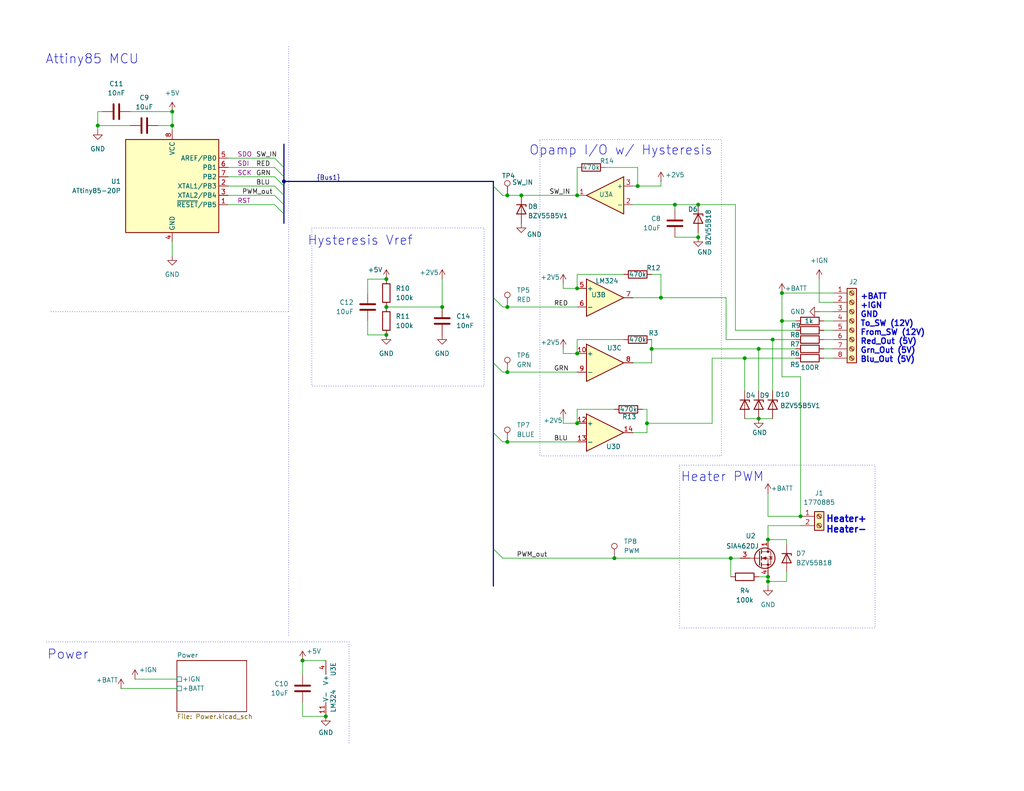
<source format=kicad_sch>
(kicad_sch (version 20231120) (generator "eeschema") (generator_version "8.0")
  (paper "USLetter")
  (title_block (title "PWM GripHeat") (date "2024-11-24") (rev "1.0") (company "atomspring"))
  (lib_symbols
    (symbol "Amplifier_Operational:LM324" (pin_names (offset 0.127))
      (property "Reference" "U" (at 0 5.08 0))
      (property "Value" "LM324" (at 0 -5.08 0))
      (symbol "LM324_1_1"
        (polyline (pts (xy -5.08 5.08) (xy 5.08 0) (xy -5.08 -5.08) (xy -5.08 5.08)) (stroke (width 0.254)) (fill (type background)))
        (pin output line (at 7.62 0 180) (length 2.54) (name "~") (number "1"))
        (pin input line (at -7.62 -2.54 0) (length 2.54) (name "-") (number "2"))
        (pin input line (at -7.62 2.54 0) (length 2.54) (name "+") (number "3"))
      )
      (symbol "LM324_2_1"
        (polyline (pts (xy -5.08 5.08) (xy 5.08 0) (xy -5.08 -5.08) (xy -5.08 5.08)) (stroke (width 0.254)) (fill (type background)))
        (pin input line (at -7.62 2.54 0) (length 2.54) (name "+") (number "5"))
        (pin input line (at -7.62 -2.54 0) (length 2.54) (name "-") (number "6"))
        (pin output line (at 7.62 0 180) (length 2.54) (name "~") (number "7"))
      )
      (symbol "LM324_3_1"
        (polyline (pts (xy -5.08 5.08) (xy 5.08 0) (xy -5.08 -5.08) (xy -5.08 5.08)) (stroke (width 0.254)) (fill (type background)))
        (pin input line (at -7.62 2.54 0) (length 2.54) (name "+") (number "10"))
        (pin output line (at 7.62 0 180) (length 2.54) (name "~") (number "8"))
        (pin input line (at -7.62 -2.54 0) (length 2.54) (name "-") (number "9"))
      )
      (symbol "LM324_4_1"
        (polyline (pts (xy -5.08 5.08) (xy 5.08 0) (xy -5.08 -5.08) (xy -5.08 5.08)) (stroke (width 0.254)) (fill (type background)))
        (pin input line (at -7.62 2.54 0) (length 2.54) (name "+") (number "12"))
        (pin input line (at -7.62 -2.54 0) (length 2.54) (name "-") (number "13"))
        (pin output line (at 7.62 0 180) (length 2.54) (name "~") (number "14"))
      )
      (symbol "LM324_5_1"
        (pin power_in line (at -2.54 -7.62 90) (length 3.81) (name "V-") (number "11"))
        (pin power_in line (at -2.54 7.62 270) (length 3.81) (name "V+") (number "4"))
      )
    )
    (symbol "C_1" (pin_numbers hide) (pin_names (offset 0.254))
      (property "Reference" "C" (at 0.635 2.54 0))
      (property "Value" "C" (at 0.635 -2.54 0))
      (symbol "C_1_0_1"
        (polyline (pts (xy -2.032 -0.762) (xy 2.032 -0.762)) (stroke (width 0.508)))
        (polyline (pts (xy -2.032 0.762) (xy 2.032 0.762)) (stroke (width 0.508)))
      )
      (symbol "C_1_1_1"
        (pin passive line (at 0 3.81 270) (length 2.794) (name "~") (number "1"))
        (pin passive line (at 0 -3.81 90) (length 2.794) (name "~") (number "2"))
      )
    )
    (symbol "Connector:Screw_Terminal_01x02" (pin_names (offset 1.016) hide)
      (property "Reference" "J" (at 0 2.54 0))
      (property "Value" "Screw_Terminal_01x02" (at 0 -5.08 0))
      (symbol "Screw_Terminal_01x02_1_1"
        (rectangle (start -1.27 1.27) (end 1.27 -3.81) (stroke (width 0.254)) (fill (type background)))
        (circle (center 0 -2.54) (radius 0.635) (stroke (width 0.1524)))
        (polyline (pts (xy -0.5334 -2.2098) (xy 0.3302 -3.048)) (stroke (width 0.1524)))
        (polyline (pts (xy -0.5334 0.3302) (xy 0.3302 -0.508)) (stroke (width 0.1524)))
        (polyline (pts (xy -0.3556 -2.032) (xy 0.508 -2.8702)) (stroke (width 0.1524)))
        (polyline (pts (xy -0.3556 0.508) (xy 0.508 -0.3302)) (stroke (width 0.1524)))
        (circle (center 0 0) (radius 0.635) (stroke (width 0.1524)))
        (pin passive line (at -5.08 0 0) (length 3.81) (name "Pin_1") (number "1"))
        (pin passive line (at -5.08 -2.54 0) (length 3.81) (name "Pin_2") (number "2"))
      )
    )
    (symbol "Connector:Screw_Terminal_01x08" (pin_names (offset 1.016) hide)
      (property "Reference" "J" (at 0 10.16 0))
      (property "Value" "Screw_Terminal_01x08" (at 0 -12.7 0))
      (symbol "Screw_Terminal_01x08_1_1"
        (rectangle (start -1.27 8.89) (end 1.27 -11.43) (stroke (width 0.254)) (fill (type background)))
        (circle (center 0 -10.16) (radius 0.635) (stroke (width 0.1524)))
        (circle (center 0 -7.62) (radius 0.635) (stroke (width 0.1524)))
        (circle (center 0 -5.08) (radius 0.635) (stroke (width 0.1524)))
        (circle (center 0 -2.54) (radius 0.635) (stroke (width 0.1524)))
        (polyline (pts (xy -0.5334 -9.8298) (xy 0.3302 -10.668)) (stroke (width 0.1524)))
        (polyline (pts (xy -0.5334 -7.2898) (xy 0.3302 -8.128)) (stroke (width 0.1524)))
        (polyline (pts (xy -0.5334 -4.7498) (xy 0.3302 -5.588)) (stroke (width 0.1524)))
        (polyline (pts (xy -0.5334 -2.2098) (xy 0.3302 -3.048)) (stroke (width 0.1524)))
        (polyline (pts (xy -0.5334 0.3302) (xy 0.3302 -0.508)) (stroke (width 0.1524)))
        (polyline (pts (xy -0.5334 2.8702) (xy 0.3302 2.032)) (stroke (width 0.1524)))
        (polyline (pts (xy -0.5334 5.4102) (xy 0.3302 4.572)) (stroke (width 0.1524)))
        (polyline (pts (xy -0.5334 7.9502) (xy 0.3302 7.112)) (stroke (width 0.1524)))
        (polyline (pts (xy -0.3556 -9.652) (xy 0.508 -10.4902)) (stroke (width 0.1524)))
        (polyline (pts (xy -0.3556 -7.112) (xy 0.508 -7.9502)) (stroke (width 0.1524)))
        (polyline (pts (xy -0.3556 -4.572) (xy 0.508 -5.4102)) (stroke (width 0.1524)))
        (polyline (pts (xy -0.3556 -2.032) (xy 0.508 -2.8702)) (stroke (width 0.1524)))
        (polyline (pts (xy -0.3556 0.508) (xy 0.508 -0.3302)) (stroke (width 0.1524)))
        (polyline (pts (xy -0.3556 3.048) (xy 0.508 2.2098)) (stroke (width 0.1524)))
        (polyline (pts (xy -0.3556 5.588) (xy 0.508 4.7498)) (stroke (width 0.1524)))
        (polyline (pts (xy -0.3556 8.128) (xy 0.508 7.2898)) (stroke (width 0.1524)))
        (circle (center 0 0) (radius 0.635) (stroke (width 0.1524)))
        (circle (center 0 2.54) (radius 0.635) (stroke (width 0.1524)))
        (circle (center 0 5.08) (radius 0.635) (stroke (width 0.1524)))
        (circle (center 0 7.62) (radius 0.635) (stroke (width 0.1524)))
        (pin passive line (at -5.08 7.62 0) (length 3.81) (name "Pin_1") (number "1"))
        (pin passive line (at -5.08 5.08 0) (length 3.81) (name "Pin_2") (number "2"))
        (pin passive line (at -5.08 2.54 0) (length 3.81) (name "Pin_3") (number "3"))
        (pin passive line (at -5.08 0 0) (length 3.81) (name "Pin_4") (number "4"))
        (pin passive line (at -5.08 -2.54 0) (length 3.81) (name "Pin_5") (number "5"))
        (pin passive line (at -5.08 -5.08 0) (length 3.81) (name "Pin_6") (number "6"))
        (pin passive line (at -5.08 -7.62 0) (length 3.81) (name "Pin_7") (number "7"))
        (pin passive line (at -5.08 -10.16 0) (length 3.81) (name "Pin_8") (number "8"))
      )
    )
    (symbol "Connector:TestPoint" (pin_numbers hide) (pin_names (offset 0.762) hide)
      (property "Reference" "TP" (at 0 6.858 0))
      (property "Value" "TestPoint" (at 0 5.08 0))
      (symbol "TestPoint_0_1"
        (circle (center 0 3.302) (radius 0.762))
      )
      (symbol "TestPoint_1_1"
        (pin passive line (at 0 0 90) (length 2.54) (name "1") (number "1"))
      )
    )
    (symbol "Device:C" (pin_numbers hide) (pin_names (offset 0.254) hide)
      (property "Reference" "C" (at 0.635 2.54 0))
      (property "Value" "C" (at 0.635 -2.54 0))
      (symbol "C_0_1"
        (polyline (pts (xy -2.032 -0.762) (xy 2.032 -0.762)) (stroke (width 0.508)))
        (polyline (pts (xy -2.032 0.762) (xy 2.032 0.762)) (stroke (width 0.508)))
      )
      (symbol "C_1_1"
        (pin passive line (at 0 3.81 270) (length 2.794) (name "~") (number "1"))
        (pin passive line (at 0 -3.81 90) (length 2.794) (name "~") (number "2"))
      )
    )
    (symbol "Device:R" (pin_numbers hide) (pin_names (offset 0))
      (property "Reference" "R" (at 2.032 0 90))
      (property "Value" "R" (at 0 0 90))
      (symbol "R_0_1"
        (rectangle (start -1.016 -2.54) (end 1.016 2.54) (stroke (width 0.254)))
      )
      (symbol "R_1_1"
        (pin passive line (at 0 3.81 270) (length 1.27) (name "~") (number "1"))
        (pin passive line (at 0 -3.81 90) (length 1.27) (name "~") (number "2"))
      )
    )
    (symbol "Diode:BZV55B18" (pin_numbers hide) (pin_names hide)
      (property "Reference" "D" (at 0 2.54 0))
      (property "Value" "BZV55B18" (at 0 -2.54 0))
      (symbol "BZV55B18_0_1"
        (polyline (pts (xy 1.27 0) (xy -1.27 0)))
        (polyline (pts (xy -1.27 -1.27) (xy -1.27 1.27) (xy -0.762 1.27)) (stroke (width 0.254)))
        (polyline (pts (xy 1.27 -1.27) (xy 1.27 1.27) (xy -1.27 0) (xy 1.27 -1.27)) (stroke (width 0.254)))
      )
      (symbol "BZV55B18_1_1"
        (pin passive line (at -3.81 0 0) (length 2.54) (name "K") (number "1"))
        (pin passive line (at 3.81 0 180) (length 2.54) (name "A") (number "2"))
      )
    )
    (symbol "Diode:BZV55B5V1" (pin_numbers hide) (pin_names hide)
      (property "Reference" "D" (at 0 2.54 0))
      (property "Value" "BZV55B5V1" (at 0 -2.54 0))
      (symbol "BZV55B5V1_0_1"
        (polyline (pts (xy 1.27 0) (xy -1.27 0)))
        (polyline (pts (xy -1.27 -1.27) (xy -1.27 1.27) (xy -0.762 1.27)) (stroke (width 0.254)))
        (polyline (pts (xy 1.27 -1.27) (xy 1.27 1.27) (xy -1.27 0) (xy 1.27 -1.27)) (stroke (width 0.254)))
      )
      (symbol "BZV55B5V1_1_1"
        (pin passive line (at -3.81 0 0) (length 2.54) (name "K") (number "1"))
        (pin passive line (at 3.81 0 180) (length 2.54) (name "A") (number "2"))
      )
    )
    (symbol "MCU_Microchip_ATtiny:ATtiny85-20P"
      (property "Reference" "U" (at -12.7 13.97 0))
      (property "Value" "ATtiny85-20P" (at 2.54 -13.97 0))
      (symbol "ATtiny85-20P_0_1"
        (rectangle (start -12.7 -12.7) (end 12.7 12.7) (stroke (width 0.254)) (fill (type background)))
      )
      (symbol "ATtiny85-20P_1_1"
        (pin bidirectional line (at 15.24 -5.08 180) (length 2.54) (name "~{RESET}/PB5") (number "1"))
        (pin bidirectional line (at 15.24 0 180) (length 2.54) (name "XTAL1/PB3") (number "2"))
        (pin bidirectional line (at 15.24 -2.54 180) (length 2.54) (name "XTAL2/PB4") (number "3"))
        (pin power_in line (at 0 -15.24 90) (length 2.54) (name "GND") (number "4"))
        (pin bidirectional line (at 15.24 7.62 180) (length 2.54) (name "AREF/PB0") (number "5"))
        (pin bidirectional line (at 15.24 5.08 180) (length 2.54) (name "PB1") (number "6"))
        (pin bidirectional line (at 15.24 2.54 180) (length 2.54) (name "PB2") (number "7"))
        (pin power_in line (at 0 15.24 270) (length 2.54) (name "VCC") (number "8"))
      )
    )
    (symbol "Transistor_FET:SiA462DJ" (pin_names hide)
      (property "Reference" "U" (at 5.715 1.905 0))
      (property "Value" "SiA462DJ" (at 9.525 0 0))
      (symbol "SiA462DJ_0_1"
        (polyline (pts (xy 0.254 0) (xy -2.54 0)))
        (polyline (pts (xy 0.254 1.905) (xy 0.254 -1.905)) (stroke (width 0.254)))
        (polyline (pts (xy 0.762 -1.27) (xy 0.762 -2.286)) (stroke (width 0.254)))
        (polyline (pts (xy 0.762 0.508) (xy 0.762 -0.508)) (stroke (width 0.254)))
        (polyline (pts (xy 0.762 2.286) (xy 0.762 1.27)) (stroke (width 0.254)))
        (polyline (pts (xy 2.54 2.54) (xy 2.54 1.778)))
        (polyline (pts (xy 2.54 -2.54) (xy 2.54 0) (xy 0.762 0)))
        (polyline (pts (xy 0.762 -1.778) (xy 3.302 -1.778) (xy 3.302 1.778) (xy 0.762 1.778)))
        (polyline (pts (xy 1.016 0) (xy 2.032 0.381) (xy 2.032 -0.381) (xy 1.016 0)) (fill (type outline)))
        (polyline (pts (xy 2.794 0.508) (xy 2.921 0.381) (xy 3.683 0.381) (xy 3.81 0.254)))
        (polyline (pts (xy 3.302 0.381) (xy 2.921 -0.254) (xy 3.683 -0.254) (xy 3.302 0.381)))
        (circle (center 1.651 0) (radius 2.794) (stroke (width 0.254)))
        (circle (center 2.54 -1.778) (radius 0.254) (fill (type outline)))
        (circle (center 2.54 1.778) (radius 0.254) (fill (type outline)))
      )
      (symbol "SiA462DJ_1_1"
        (pin passive line (at 2.54 5.08 270) (length 2.54) (name "D") (number "1"))
        (pin passive line (at -5.08 0 0) (length 2.54) (name "G") (number "3"))
        (pin passive line (at 2.54 -5.08 90) (length 2.54) (name "S") (number "4"))
      )
    )
    (symbol "power:+2V5" (power) (pin_numbers hide) (pin_names (offset 0) hide)
      (property "Value" "+2V5" (at 0 3.556 0))
      (symbol "+2V5_0_1"
        (polyline (pts (xy -0.762 1.27) (xy 0 2.54)))
        (polyline (pts (xy 0 0) (xy 0 2.54)))
        (polyline (pts (xy 0 2.54) (xy 0.762 1.27)))
      )
      (symbol "+2V5_1_1"
        (pin power_in line (at 0 0 90) (length 0) (name "~") (number "1"))
      )
    )
    (symbol "power:+5V" (power) (pin_numbers hide) (pin_names (offset 0) hide)
      (property "Value" "+5V" (at 0 3.556 0))
      (symbol "+5V_0_1"
        (polyline (pts (xy -0.762 1.27) (xy 0 2.54)))
        (polyline (pts (xy 0 0) (xy 0 2.54)))
        (polyline (pts (xy 0 2.54) (xy 0.762 1.27)))
      )
      (symbol "+5V_1_1"
        (pin power_in line (at 0 0 90) (length 0) (name "~") (number "1"))
      )
    )
    (symbol "power:+BATT" (power) (pin_numbers hide) (pin_names (offset 0) hide)
      (property "Value" "+BATT" (at 0 3.556 0))
      (symbol "+BATT_0_1"
        (polyline (pts (xy -0.762 1.27) (xy 0 2.54)))
        (polyline (pts (xy 0 0) (xy 0 2.54)))
        (polyline (pts (xy 0 2.54) (xy 0.762 1.27)))
      )
      (symbol "+BATT_1_1"
        (pin power_in line (at 0 0 90) (length 0) (name "~") (number "1"))
      )
    )
    (symbol "power:+VSW" (power) (pin_numbers hide) (pin_names (offset 0) hide)
      (property "Value" "+VSW" (at 0 3.556 0))
      (symbol "+VSW_0_1"
        (polyline (pts (xy -0.762 1.27) (xy 0 2.54)))
        (polyline (pts (xy 0 0) (xy 0 2.54)))
        (polyline (pts (xy 0 2.54) (xy 0.762 1.27)))
      )
      (symbol "+VSW_1_1"
        (pin power_in line (at 0 0 90) (length 0) (name "~") (number "1"))
      )
    )
    (symbol "power:GND" (power) (pin_numbers hide) (pin_names (offset 0) hide)
      (property "Value" "GND" (at 0 -3.81 0))
      (symbol "GND_0_1"
        (polyline (pts (xy 0 0) (xy 0 -1.27) (xy 1.27 -1.27) (xy 0 -2.54) (xy -1.27 -1.27) (xy 0 -1.27)))
      )
      (symbol "GND_1_1"
        (pin power_in line (at 0 0 270) (length 0) (name "~") (number "1"))
      )
    )
  )
  (junction (at 209.55 147.32))
  (junction (at 157.48 115.57))
  (junction (at 138.43 120.65))
  (junction (at 218.44 140.97))
  (junction (at 190.5 55.88))
  (junction (at 138.43 53.34))
  (junction (at 88.9 195.58))
  (junction (at 180.34 81.28))
  (junction (at 46.99 30.48))
  (junction (at 203.2 97.79))
  (junction (at 105.41 91.44))
  (junction (at 173.99 50.8))
  (junction (at 82.55 180.34))
  (junction (at 184.15 55.88))
  (junction (at 120.65 83.82))
  (junction (at 26.67 34.29))
  (junction (at 190.5 64.77))
  (junction (at 210.82 92.71))
  (junction (at 176.53 115.57))
  (junction (at 167.64 152.4))
  (junction (at 46.99 34.29))
  (junction (at 199.39 152.4))
  (junction (at 207.01 95.25))
  (junction (at 209.55 157.48))
  (junction (at 157.48 96.52))
  (junction (at 142.24 53.34))
  (junction (at 105.41 76.2))
  (junction (at 157.48 78.74))
  (junction (at 177.8 95.25))
  (junction (at 213.36 80.01))
  (junction (at 77.47 49.53))
  (junction (at 209.55 158.75))
  (junction (at 213.36 87.63))
  (junction (at 138.43 101.6))
  (junction (at 105.41 83.82))
  (junction (at 138.43 83.82))
  (junction (at 157.48 53.34))
  (junction (at 207.01 114.3))
  (bus_entry (at 74.93 55.88) (size 2.54 2.54))
  (bus_entry (at 74.93 45.72) (size 2.54 2.54))
  (bus_entry (at 134.62 149.86) (size 2.54 2.54))
  (bus_entry (at 134.62 99.06) (size 2.54 2.54))
  (bus_entry (at 134.62 118.11) (size 2.54 2.54))
  (bus_entry (at 74.93 53.34) (size 2.54 2.54))
  (bus_entry (at 134.62 81.28) (size 2.54 2.54))
  (bus_entry (at 74.93 50.8) (size 2.54 2.54))
  (bus_entry (at 134.62 50.8) (size 2.54 2.54))
  (bus_entry (at 74.93 48.26) (size 2.54 2.54))
  (bus_entry (at 74.93 43.18) (size 2.54 2.54))
  (bus (pts (xy 77.47 39.37) (xy 77.47 45.72)))
  (wire (pts (xy 138.43 120.65) (xy 157.48 120.65)))
  (wire (pts (xy 26.67 34.29) (xy 35.56 34.29)))
  (wire (pts (xy 43.18 34.29) (xy 46.99 34.29)))
  (wire (pts (xy 167.64 111.76) (xy 157.48 111.76)))
  (wire (pts (xy 138.43 101.6) (xy 157.48 101.6)))
  (wire (pts (xy 218.44 102.87) (xy 218.44 140.97)))
  (wire (pts (xy 199.39 152.4) (xy 167.64 152.4)))
  (wire (pts (xy 175.26 111.76) (xy 176.53 111.76)))
  (wire (pts (xy 157.48 45.72) (xy 157.48 53.34)))
  (bus (pts (xy 77.47 49.53) (xy 134.62 49.53)))
  (bus (pts (xy 77.47 49.53) (xy 77.47 50.8)))
  (wire (pts (xy 62.23 43.18) (xy 74.93 43.18)))
  (wire (pts (xy 210.82 92.71) (xy 210.82 106.68)))
  (bus (pts (xy 77.47 55.88) (xy 77.47 58.42)))
  (wire (pts (xy 214.63 156.21) (xy 214.63 158.75)))
  (wire (pts (xy 223.52 76.2) (xy 223.52 82.55)))
  (wire (pts (xy 105.41 83.82) (xy 120.65 83.82)))
  (wire (pts (xy 167.64 152.4) (xy 137.16 152.4)))
  (wire (pts (xy 214.63 158.75) (xy 209.55 158.75)))
  (wire (pts (xy 214.63 148.59) (xy 214.63 147.32)))
  (bus (pts (xy 134.62 50.8) (xy 134.62 81.28)))
  (wire (pts (xy 207.01 95.25) (xy 207.01 106.68)))
  (wire (pts (xy 137.16 120.65) (xy 138.43 120.65)))
  (wire (pts (xy 213.36 87.63) (xy 217.17 87.63)))
  (wire (pts (xy 120.65 83.82) (xy 120.65 76.2)))
  (wire (pts (xy 153.67 96.52) (xy 153.67 95.25)))
  (wire (pts (xy 209.55 134.62) (xy 209.55 140.97)))
  (wire (pts (xy 137.16 101.6) (xy 138.43 101.6)))
  (bus (pts (xy 134.62 49.53) (xy 134.62 50.8)))
  (wire (pts (xy 62.23 45.72) (xy 74.93 45.72)))
  (polyline (pts (xy 12.7 175.26) (xy 95.25 175.26)) (stroke (width 0) (type dot)))
  (wire (pts (xy 153.67 115.57) (xy 157.48 115.57)))
  (wire (pts (xy 62.23 48.26) (xy 74.93 48.26)))
  (bus (pts (xy 134.62 149.86) (xy 134.62 160.02)))
  (wire (pts (xy 177.8 74.93) (xy 180.34 74.93)))
  (wire (pts (xy 82.55 184.15) (xy 82.55 180.34)))
  (wire (pts (xy 180.34 50.8) (xy 173.99 50.8)))
  (wire (pts (xy 190.5 55.88) (xy 200.66 55.88)))
  (wire (pts (xy 223.52 85.09) (xy 227.33 85.09)))
  (bus (pts (xy 77.47 48.26) (xy 77.47 49.53)))
  (wire (pts (xy 142.24 53.34) (xy 157.48 53.34)))
  (wire (pts (xy 26.67 35.56) (xy 26.67 34.29)))
  (wire (pts (xy 138.43 53.34) (xy 142.24 53.34)))
  (wire (pts (xy 213.36 102.87) (xy 213.36 87.63)))
  (wire (pts (xy 184.15 55.88) (xy 190.5 55.88)))
  (wire (pts (xy 62.23 55.88) (xy 74.93 55.88)))
  (wire (pts (xy 62.23 50.8) (xy 74.93 50.8)))
  (wire (pts (xy 153.67 78.74) (xy 157.48 78.74)))
  (wire (pts (xy 209.55 158.75) (xy 209.55 160.02)))
  (wire (pts (xy 209.55 157.48) (xy 209.55 158.75)))
  (bus (pts (xy 134.62 99.06) (xy 134.62 118.11)))
  (wire (pts (xy 100.33 76.2) (xy 105.41 76.2)))
  (wire (pts (xy 177.8 92.71) (xy 177.8 95.25)))
  (wire (pts (xy 176.53 111.76) (xy 176.53 115.57)))
  (wire (pts (xy 138.43 83.82) (xy 157.48 83.82)))
  (wire (pts (xy 36.83 185.42) (xy 48.26 185.42)))
  (wire (pts (xy 157.48 111.76) (xy 157.48 115.57)))
  (wire (pts (xy 170.18 92.71) (xy 157.48 92.71)))
  (wire (pts (xy 214.63 147.32) (xy 209.55 147.32)))
  (wire (pts (xy 170.18 74.93) (xy 157.48 74.93)))
  (wire (pts (xy 157.48 92.71) (xy 157.48 96.52)))
  (wire (pts (xy 209.55 143.51) (xy 218.44 143.51)))
  (wire (pts (xy 199.39 152.4) (xy 201.93 152.4)))
  (bus (pts (xy 77.47 53.34) (xy 77.47 55.88)))
  (wire (pts (xy 172.72 99.06) (xy 177.8 99.06)))
  (wire (pts (xy 224.79 92.71) (xy 227.33 92.71)))
  (wire (pts (xy 198.12 92.71) (xy 210.82 92.71)))
  (wire (pts (xy 180.34 81.28) (xy 172.72 81.28)))
  (bus (pts (xy 77.47 50.8) (xy 77.47 53.34)))
  (bus (pts (xy 134.62 118.11) (xy 134.62 149.86)))
  (wire (pts (xy 153.67 96.52) (xy 157.48 96.52)))
  (bus (pts (xy 134.62 81.28) (xy 134.62 99.06)))
  (wire (pts (xy 82.55 191.77) (xy 82.55 195.58)))
  (wire (pts (xy 176.53 115.57) (xy 176.53 118.11)))
  (wire (pts (xy 200.66 90.17) (xy 217.17 90.17)))
  (polyline (pts (xy 95.25 175.26) (xy 95.25 203.2)) (stroke (width 0) (type dot)))
  (wire (pts (xy 35.56 30.48) (xy 46.99 30.48)))
  (wire (pts (xy 198.12 81.28) (xy 180.34 81.28)))
  (wire (pts (xy 213.36 87.63) (xy 213.36 80.01)))
  (wire (pts (xy 165.1 45.72) (xy 173.99 45.72)))
  (polyline (pts (xy 13.97 85.09) (xy 78.74 85.09)) (stroke (width 0) (type dot)))
  (wire (pts (xy 224.79 97.79) (xy 227.33 97.79)))
  (bus (pts (xy 77.47 58.42) (xy 77.47 60.96)))
  (wire (pts (xy 213.36 80.01) (xy 227.33 80.01)))
  (wire (pts (xy 100.33 87.63) (xy 100.33 91.44)))
  (bus (pts (xy 77.47 45.72) (xy 77.47 48.26)))
  (wire (pts (xy 203.2 114.3) (xy 207.01 114.3)))
  (wire (pts (xy 82.55 195.58) (xy 88.9 195.58)))
  (wire (pts (xy 184.15 64.77) (xy 190.5 64.77)))
  (wire (pts (xy 194.31 115.57) (xy 176.53 115.57)))
  (wire (pts (xy 200.66 55.88) (xy 200.66 90.17)))
  (wire (pts (xy 209.55 140.97) (xy 218.44 140.97)))
  (wire (pts (xy 100.33 91.44) (xy 105.41 91.44)))
  (wire (pts (xy 199.39 157.48) (xy 199.39 152.4)))
  (wire (pts (xy 203.2 97.79) (xy 217.17 97.79)))
  (wire (pts (xy 153.67 77.47) (xy 153.67 78.74)))
  (wire (pts (xy 100.33 80.01) (xy 100.33 76.2)))
  (wire (pts (xy 172.72 55.88) (xy 184.15 55.88)))
  (wire (pts (xy 224.79 90.17) (xy 227.33 90.17)))
  (wire (pts (xy 207.01 114.3) (xy 210.82 114.3)))
  (wire (pts (xy 180.34 49.53) (xy 180.34 50.8)))
  (wire (pts (xy 209.55 143.51) (xy 209.55 147.32)))
  (wire (pts (xy 180.34 74.93) (xy 180.34 81.28)))
  (wire (pts (xy 46.99 34.29) (xy 46.99 35.56)))
  (wire (pts (xy 207.01 157.48) (xy 209.55 157.48)))
  (wire (pts (xy 173.99 50.8) (xy 173.99 45.72)))
  (wire (pts (xy 218.44 102.87) (xy 213.36 102.87)))
  (wire (pts (xy 184.15 57.15) (xy 184.15 55.88)))
  (wire (pts (xy 190.5 63.5) (xy 190.5 64.77)))
  (wire (pts (xy 33.02 187.96) (xy 48.26 187.96)))
  (wire (pts (xy 217.17 92.71) (xy 210.82 92.71)))
  (wire (pts (xy 224.79 95.25) (xy 227.33 95.25)))
  (wire (pts (xy 194.31 97.79) (xy 203.2 97.79)))
  (wire (pts (xy 153.67 114.3) (xy 153.67 115.57)))
  (wire (pts (xy 198.12 81.28) (xy 198.12 92.71)))
  (wire (pts (xy 194.31 97.79) (xy 194.31 115.57)))
  (wire (pts (xy 177.8 95.25) (xy 207.01 95.25)))
  (wire (pts (xy 177.8 95.25) (xy 177.8 99.06)))
  (wire (pts (xy 62.23 53.34) (xy 74.93 53.34)))
  (wire (pts (xy 176.53 118.11) (xy 172.72 118.11)))
  (wire (pts (xy 172.72 50.8) (xy 173.99 50.8)))
  (wire (pts (xy 82.55 180.34) (xy 88.9 180.34)))
  (wire (pts (xy 203.2 97.79) (xy 203.2 106.68)))
  (wire (pts (xy 46.99 30.48) (xy 46.99 34.29)))
  (wire (pts (xy 224.79 87.63) (xy 227.33 87.63)))
  (wire (pts (xy 26.67 30.48) (xy 26.67 34.29)))
  (wire (pts (xy 227.33 82.55) (xy 223.52 82.55)))
  (wire (pts (xy 137.16 83.82) (xy 138.43 83.82)))
  (wire (pts (xy 27.94 30.48) (xy 26.67 30.48)))
  (wire (pts (xy 137.16 53.34) (xy 138.43 53.34)))
  (polyline (pts (xy 78.74 86.36) (xy 78.74 173.99)) (stroke (width 0) (type dot)))
  (wire (pts (xy 46.99 69.85) (xy 46.99 66.04)))
  (wire (pts (xy 207.01 95.25) (xy 217.17 95.25)))
  (polyline (pts (xy 78.74 12.7) (xy 78.74 85.09)) (stroke (width 0) (type dot)))
  (wire (pts (xy 157.48 74.93) (xy 157.48 78.74)))
  (rectangle (start 147.32 38.1) (end 196.85 124.46) (stroke (width 0) (type dot)))
  (rectangle (start 185.42 127) (end 238.76 171.45) (stroke (width 0) (type dot)))
  (rectangle (start 85.09 62.23) (end 132.08 105.41) (stroke (width 0) (type dot)))
  (text "Hysteresis Vref" (at 98.298 65.786 0) (effects (font (size 2.54 2.54))))
  (text "+BATT\n+IGN\nGND\nTo_SW (12V)\nFrom_SW (12V)\nRed_Out (5V)\nGrn_Out (5V)\nBlu_Out (5V)" (at 234.696 89.662 0) (effects (font (size 1.524 1.524) (thickness 0.3048) (bold yes)) (justify left)))
  (text "Heater PWM" (at 197.104 130.302 0) (effects (font (size 2.54 2.54))))
  (text "Opamp I/O w/ Hysteresis" (at 169.418 41.148 0) (effects (font (size 2.54 2.54))))
  (text "Heater+\nHeater-" (at 225.298 143.256 0) (effects (font (size 1.778 1.778) (thickness 0.3556) (bold yes)) (justify left)))
  (text "Attiny85 MCU" (at 25.146 16.256 0) (effects (font (size 2.54 2.54))))
  (text "Power" (at 18.542 178.816 0) (effects (font (size 2.54 2.54))))
  (label "{Bus1}" (at 86.36 49.53 0))
  (label "PWM_out" (at 140.97 152.4 0))
  (label "RST" (at 64.77 55.88 0))
  (label "GRN" (at 151.13 101.6 0))
  (label "RED" (at 151.13 83.82 0))
  (label "BLU" (at 151.13 120.65 0))
  (label "SCK" (at 64.77 48.26 0))
  (label "SW_IN" (at 69.85 43.18 0))
  (label "PWM_out" (at 66.04 53.34 0))
  (label "SDO" (at 64.77 43.18 0))
  (label "RED" (at 69.85 45.72 0))
  (label "SDI" (at 64.77 45.72 0))
  (label "BLU" (at 69.85 50.8 0))
  (label "GRN" (at 69.85 48.26 0))
  (label "SW_IN" (at 149.86 53.34 0))
  (symbol (lib_id "Amplifier_Operational:LM324") (at 165.1 118.11 0) (unit 4)
    (property "Reference" "U3" (at 167.386 121.92 0))
    (property "Value" "LM324" (effects (hide yes)))
    (property "Footprint" "Package_SO:SOIC-14_3.9x8.7mm_P1.27mm" (effects (hide yes)))
    (property "Datasheet" "http://www.ti.com/lit/ds/symlink/lm2902-n.pdf" (effects (hide yes)))
    (property "Description" "Low-Power, Quad-Operational Amplifiers, DIP-14/SOIC-14/SSOP-14" (effects (hide yes)))
  )
  (symbol (lib_id "Diode:BZV55B5V1") (at 210.82 110.49 270) (unit 1)
    (property "Reference" "D10" (at 211.582 107.696 90) (effects (justify left)))
    (property "Value" "BZV55B5V1" (at 212.852 110.744 90) (effects (justify left)))
    (property "Footprint" "Diode_SMD:D_MiniMELF" (effects (hide yes)))
    (property "Datasheet" "https://assets.nexperia.com/documents/data-sheet/BZV55_SER.pdf" (effects (hide yes)))
    (property "Description" "5.1V, 500mW, 2%, Zener diode, MiniMELF" (effects (hide yes)))
  )
  (symbol (lib_id "Device:R") (at 220.98 97.79 90) (unit 1)
    (property "Reference" "R5" (at 216.916 99.568 90))
    (property "Value" "100R" (at 220.98 100.33 90))
    (property "Footprint" "Resistor_SMD:R_0805_2012Metric_Pad1.20x1.40mm_HandSolder" (effects (hide yes)))
    (property "Description" "Resistor" (effects (hide yes)))
  )
  (symbol (lib_id "Amplifier_Operational:LM324") (at 165.1 99.06 0) (unit 3)
    (property "Reference" "U3" (at 167.64 94.996 0))
    (property "Value" "LM324" (effects (hide yes)))
    (property "Footprint" "Package_SO:SOIC-14_3.9x8.7mm_P1.27mm" (effects (hide yes)))
    (property "Datasheet" "http://www.ti.com/lit/ds/symlink/lm2902-n.pdf" (effects (hide yes)))
    (property "Description" "Low-Power, Quad-Operational Amplifiers, DIP-14/SOIC-14/SSOP-14" (effects (hide yes)))
  )
  (symbol (lib_id "Connector:TestPoint") (at 167.64 152.4 0) (unit 1)
    (property "Reference" "TP8" (at 170.18 147.8279 0) (effects (justify left)))
    (property "Value" "PWM" (at 170.18 150.3679 0) (effects (justify left)))
    (property "Footprint" "TestPoint:TestPoint_Pad_D1.5mm" (effects (hide yes)))
    (property "Description" "test point" (effects (hide yes)))
  )
  (symbol (lib_name "C_1") (lib_id "Device:C") (at 31.75 30.48 90) (unit 1)
    (property "Reference" "C11" (at 31.75 22.86 90))
    (property "Value" "10nF" (at 31.75 25.4 90))
    (property "Footprint" "Capacitor_SMD:C_0805_2012Metric_Pad1.18x1.45mm_HandSolder" (effects (hide yes)))
    (property "Description" "Unpolarized capacitor" (effects (hide yes)))
  )
  (symbol (lib_id "Device:R") (at 220.98 90.17 90) (unit 1)
    (property "Reference" "R8" (at 216.916 91.44 90))
    (property "Value" "100R" (effects (hide yes)))
    (property "Footprint" "Resistor_SMD:R_0805_2012Metric_Pad1.20x1.40mm_HandSolder" (effects (hide yes)))
    (property "Description" "Resistor" (effects (hide yes)))
  )
  (symbol (lib_id "Diode:BZV55B5V1") (at 142.24 57.15 270) (unit 1)
    (property "Reference" "D8" (at 144.018 56.388 90) (effects (justify left)))
    (property "Value" "BZV55B5V1" (at 144.018 58.928 90) (effects (justify left)))
    (property "Footprint" "Diode_SMD:D_MiniMELF" (effects (hide yes)))
    (property "Datasheet" "https://assets.nexperia.com/documents/data-sheet/BZV55_SER.pdf" (effects (hide yes)))
    (property "Description" "5.1V, 500mW, 2%, Zener diode, MiniMELF" (effects (hide yes)))
  )
  (symbol (lib_id "Device:R") (at 173.99 92.71 90) (unit 1)
    (property "Reference" "R3" (at 178.308 90.932 90))
    (property "Value" "470k" (at 173.99 92.71 90))
    (property "Footprint" "Resistor_SMD:R_0805_2012Metric_Pad1.20x1.40mm_HandSolder" (effects (hide yes)))
    (property "Description" "Resistor" (effects (hide yes)))
  )
  (symbol (lib_id "power:+5V") (at 105.41 76.2 0) (unit 1)
    (property "Reference" "#PWR020" (effects (hide yes)))
    (property "Value" "+5V" (at 102.362 73.66 0))
    (property "Description" "Power symbol creates a global label with name \"+5V\"" (effects (hide yes)))
  )
  (symbol (lib_id "power:GND") (at 223.52 85.09 270) (unit 1)
    (property "Reference" "#PWR017" (effects (hide yes)))
    (property "Value" "GND" (at 219.71 85.0899 90) (effects (justify right)))
    (property "Description" "Power symbol creates a global label with name \"GND\" , ground" (effects (hide yes)))
  )
  (symbol (lib_id "power:+2V5") (at 153.67 114.3 0) (unit 1)
    (property "Reference" "#PWR022" (effects (hide yes)))
    (property "Value" "+2V5" (at 150.876 114.808 0))
    (property "Description" "Power symbol creates a global label with name \"+2V5\"" (effects (hide yes)))
  )
  (symbol (lib_id "power:GND") (at 46.99 69.85 0) (unit 1)
    (property "Reference" "#PWR012" (effects (hide yes)))
    (property "Value" "GND" (at 46.99 74.93 0))
    (property "Description" "Power symbol creates a global label with name \"GND\" , ground" (effects (hide yes)))
  )
  (symbol (lib_id "Connector:TestPoint") (at 138.43 53.34 0) (unit 1)
    (property "Reference" "TP4" (at 136.906 48.006 0) (effects (justify left)))
    (property "Value" "SW_IN" (at 139.7 49.784 0) (effects (justify left)))
    (property "Footprint" "TestPoint:TestPoint_Pad_D1.5mm" (effects (hide yes)))
    (property "Description" "test point" (effects (hide yes)))
  )
  (symbol (lib_id "power:GND") (at 142.24 60.96 0) (unit 1)
    (property "Reference" "#PWR032" (effects (hide yes)))
    (property "Value" "GND" (at 145.796 64.008 0))
    (property "Description" "Power symbol creates a global label with name \"GND\" , ground" (effects (hide yes)))
  )
  (symbol (lib_id "Device:R") (at 220.98 87.63 90) (unit 1)
    (property "Reference" "R9" (at 217.17 88.9 90))
    (property "Value" "1k" (at 220.726 87.63 90))
    (property "Footprint" "Resistor_SMD:R_0805_2012Metric_Pad1.20x1.40mm_HandSolder" (effects (hide yes)))
    (property "Description" "Resistor" (effects (hide yes)))
  )
  (symbol (lib_id "power:GND") (at 207.01 114.3 0) (unit 1)
    (property "Reference" "#PWR08" (effects (hide yes)))
    (property "Value" "GND" (at 207.264 118.11 0))
    (property "Description" "Power symbol creates a global label with name \"GND\" , ground" (effects (hide yes)))
  )
  (symbol (lib_id "Diode:BZV55B18") (at 214.63 152.4 270) (unit 1)
    (property "Reference" "D7" (at 217.17 151.1299 90) (effects (justify left)))
    (property "Value" "BZV55B18" (at 217.17 153.6699 90) (effects (justify left)))
    (property "Footprint" "Diode_SMD:D_MiniMELF" (effects (hide yes)))
    (property "Datasheet" "https://assets.nexperia.com/documents/data-sheet/BZV55_SER.pdf" (effects (hide yes)))
    (property "Description" "18V, 500mW, 2%, Zener diode, MiniMELF" (effects (hide yes)))
  )
  (symbol (lib_id "power:+VSW") (at 223.52 76.2 0) (unit 1)
    (property "Reference" "#PWR09" (effects (hide yes)))
    (property "Value" "+IGN" (at 223.52 71.12 0))
    (property "Description" "Power symbol creates a global label with name \"+VSW\"" (effects (hide yes)))
  )
  (symbol (lib_id "Amplifier_Operational:LM324") (at 165.1 81.28 0) (unit 2)
    (property "Reference" "U3" (at 163.322 80.518 0))
    (property "Value" "LM324" (at 165.608 76.708 0))
    (property "Footprint" "Package_SO:SOIC-14_3.9x8.7mm_P1.27mm" (effects (hide yes)))
    (property "Datasheet" "http://www.ti.com/lit/ds/symlink/lm2902-n.pdf" (effects (hide yes)))
    (property "Description" "Low-Power, Quad-Operational Amplifiers, DIP-14/SOIC-14/SSOP-14" (effects (hide yes)))
  )
  (symbol (lib_id "MCU_Microchip_ATtiny:ATtiny85-20P") (at 46.99 50.8 0) (unit 1)
    (property "Reference" "U1" (at 33.02 49.5299 0) (effects (justify right)))
    (property "Value" "ATtiny85-20P" (at 33.02 52.0699 0) (effects (justify right)))
    (property "Footprint" "Package_DIP:DIP-8_W7.62mm" (effects (hide yes)))
    (property "Datasheet" "http://ww1.microchip.com/downloads/en/DeviceDoc/atmel-2586-avr-8-bit-microcontroller-attiny25-attiny45-attiny85_datasheet.pdf" (effects (hide yes)))
    (property "Description" "20MHz, 8kB Flash, 512B SRAM, 512B EEPROM, debugWIRE, DIP-8" (effects (hide yes)))
  )
  (symbol (lib_id "Transistor_FET:SiA462DJ") (at 207.01 152.4 0) (unit 1)
    (property "Reference" "U2" (at 203.454 146.304 0) (effects (justify left)))
    (property "Value" "SiA462DJ" (at 198.12 149.098 0) (effects (justify left)))
    (property "Footprint" "Package_TO_SOT_SMD:Vishay_PowerPAK_SC70-6L_Single" (effects (hide yes)))
    (property "Datasheet" "https://www.vishay.com/docs/63269/sia462dj.pdf" (effects (hide yes)))
    (property "Description" "12A Id, 30V Vds, N-Channel MOSFET, Rds 18mΩ PowerPAK, SC70-6" (effects (hide yes)))
  )
  (symbol (lib_id "Device:R") (at 171.45 111.76 90) (unit 1)
    (property "Reference" "R13" (at 171.704 113.792 90))
    (property "Value" "470k" (at 171.45 111.76 90))
    (property "Footprint" "Resistor_SMD:R_0805_2012Metric_Pad1.20x1.40mm_HandSolder" (effects (hide yes)))
    (property "Description" "Resistor" (effects (hide yes)))
  )
  (symbol (lib_id "Diode:BZV55B18") (at 190.5 59.69 270) (unit 1)
    (property "Reference" "D6" (at 187.706 57.15 90) (effects (justify left)))
    (property "Value" "BZV55B18" (at 193.294 57.15 0) (effects (justify left)))
    (property "Footprint" "Diode_SMD:D_MiniMELF" (effects (hide yes)))
    (property "Datasheet" "https://assets.nexperia.com/documents/data-sheet/BZV55_SER.pdf" (effects (hide yes)))
    (property "Description" "18V, 500mW, 2%, Zener diode, MiniMELF" (effects (hide yes)))
  )
  (symbol (lib_id "power:+2V5") (at 153.67 95.25 0) (unit 1)
    (property "Reference" "#PWR021" (effects (hide yes)))
    (property "Value" "+2V5" (at 150.114 93.472 0))
    (property "Description" "Power symbol creates a global label with name \"+2V5\"" (effects (hide yes)))
  )
  (symbol (lib_id "power:+VSW") (at 36.83 185.42 0) (unit 1)
    (property "Reference" "#PWR023" (effects (hide yes)))
    (property "Value" "+IGN" (at 40.386 182.88 0))
    (property "Description" "Power symbol creates a global label with name \"+VSW\"" (effects (hide yes)))
  )
  (symbol (lib_id "Device:C") (at 100.33 83.82 180) (unit 1)
    (property "Reference" "C12" (at 96.52 82.5499 0) (effects (justify left)))
    (property "Value" "10uF" (at 96.52 85.0899 0) (effects (justify left)))
    (property "Footprint" "Capacitor_SMD:C_0805_2012Metric_Pad1.18x1.45mm_HandSolder" (effects (hide yes)))
    (property "Voltage Rating" "100v" (effects (hide yes)))
  )
  (symbol (lib_id "Device:R") (at 161.29 45.72 90) (unit 1)
    (property "Reference" "R14" (at 165.608 43.942 90))
    (property "Value" "470k" (at 161.29 45.72 90))
    (property "Footprint" "Resistor_SMD:R_0805_2012Metric_Pad1.20x1.40mm_HandSolder" (effects (hide yes)))
    (property "Description" "Resistor" (effects (hide yes)))
  )
  (symbol (lib_id "Connector:Screw_Terminal_01x08") (at 232.41 87.63 0) (unit 1)
    (property "Reference" "J2" (at 231.648 76.962 0) (effects (justify left)))
    (property "Value" "Screw_Terminal_01x08" (effects (hide yes)))
    (property "Footprint" "Connector_PinHeader_2.54mm:PinHeader_2x04_P2.54mm_Vertical" (effects (hide yes)))
    (property "Description" "Generic screw terminal, single row, 01x08, script generated (kicad-library-utils/schlib/autogen/connector/)" (effects (hide yes)))
  )
  (symbol (lib_id "Device:C") (at 39.37 34.29 90) (unit 1)
    (property "Reference" "C9" (at 39.37 26.67 90))
    (property "Value" "10uF" (at 39.37 29.21 90))
    (property "Footprint" "Capacitor_SMD:C_0805_2012Metric_Pad1.18x1.45mm_HandSolder" (effects (hide yes)))
    (property "Voltage Rating" "100v" (effects (hide yes)))
  )
  (symbol (lib_id "Device:R") (at 220.98 95.25 90) (unit 1)
    (property "Reference" "R6" (at 216.916 96.52 90))
    (property "Value" "100R" (effects (hide yes)))
    (property "Footprint" "Resistor_SMD:R_0805_2012Metric_Pad1.20x1.40mm_HandSolder" (effects (hide yes)))
    (property "Description" "Resistor" (effects (hide yes)))
  )
  (symbol (lib_id "power:+2V5") (at 120.65 76.2 0) (unit 1)
    (property "Reference" "#PWR029" (effects (hide yes)))
    (property "Value" "+2V5" (at 117.094 74.422 0))
    (property "Description" "Power symbol creates a global label with name \"+2V5\"" (effects (hide yes)))
  )
  (symbol (lib_id "Diode:BZV55B5V1") (at 203.2 110.49 270) (unit 1)
    (property "Reference" "D4" (at 203.454 107.95 90) (effects (justify left)))
    (property "Value" "BZV55B5V1" (effects (hide yes)))
    (property "Footprint" "Diode_SMD:D_MiniMELF" (effects (hide yes)))
    (property "Datasheet" "https://assets.nexperia.com/documents/data-sheet/BZV55_SER.pdf" (effects (hide yes)))
    (property "Description" "5.1V, 500mW, 2%, Zener diode, MiniMELF" (effects (hide yes)))
  )
  (symbol (lib_id "power:GND") (at 190.5 64.77 0) (unit 1)
    (property "Reference" "#PWR05" (effects (hide yes)))
    (property "Value" "GND" (at 192.278 68.834 0))
    (property "Description" "Power symbol creates a global label with name \"GND\" , ground" (effects (hide yes)))
  )
  (symbol (lib_id "Connector:TestPoint") (at 138.43 83.82 0) (unit 1)
    (property "Reference" "TP5" (at 140.97 79.2479 0) (effects (justify left)))
    (property "Value" "RED" (at 140.97 81.7879 0) (effects (justify left)))
    (property "Footprint" "TestPoint:TestPoint_Pad_D1.5mm" (effects (hide yes)))
    (property "Description" "test point" (effects (hide yes)))
  )
  (symbol (lib_id "Connector:Screw_Terminal_01x02") (at 223.52 140.97 0) (unit 1)
    (property "Reference" "J1" (at 223.52 134.62 0))
    (property "Value" "1770885" (at 223.52 137.16 0))
    (property "Footprint" "TerminalBlock:TerminalBlock_MaiXu_MX126-5.0-02P_1x02_P5.00mm" (effects (hide yes)))
    (property "Datasheet" "https://mm.digikey.com/Volume0/opasdata/d220001/medias/docus/647/1770885.pdf" (effects (hide yes)))
    (property "Description" "Generic screw terminal, single row, 01x02, script generated (kicad-library-utils/schlib/autogen/connector/)" (effects (hide yes)))
  )
  (symbol (lib_id "power:+5V") (at 46.99 30.48 0) (unit 1)
    (property "Reference" "#PWR011" (effects (hide yes)))
    (property "Value" "+5V" (at 46.99 25.4 0))
    (property "Description" "Power symbol creates a global label with name \"+5V\"" (effects (hide yes)))
  )
  (symbol (lib_id "power:+BATT") (at 33.02 187.96 0) (unit 1)
    (property "Reference" "#PWR04" (effects (hide yes)))
    (property "Value" "+BATT" (at 29.21 185.674 0))
    (property "Description" "Power symbol creates a global label with name \"+BATT\"" (effects (hide yes)))
  )
  (symbol (lib_id "Amplifier_Operational:LM324") (at 91.44 187.96 0) (unit 5)
    (property "Reference" "U3" (at 90.932 184.658 90) (effects (justify left)))
    (property "Value" "LM324" (at 90.932 194.564 90) (effects (justify left)))
    (property "Footprint" "Package_SO:SOIC-14_3.9x8.7mm_P1.27mm" (effects (hide yes)))
    (property "Datasheet" "http://www.ti.com/lit/ds/symlink/lm2902-n.pdf" (effects (hide yes)))
    (property "Description" "Low-Power, Quad-Operational Amplifiers, DIP-14/SOIC-14/SSOP-14" (effects (hide yes)))
  )
  (symbol (lib_name "C_1") (lib_id "Device:C") (at 120.65 87.63 180) (unit 1)
    (property "Reference" "C14" (at 124.46 86.3599 0) (effects (justify right)))
    (property "Value" "10nF" (at 124.46 88.8999 0) (effects (justify right)))
    (property "Footprint" "Capacitor_SMD:C_0805_2012Metric_Pad1.18x1.45mm_HandSolder" (effects (hide yes)))
    (property "Description" "Unpolarized capacitor" (effects (hide yes)))
  )
  (symbol (lib_id "power:+BATT") (at 213.36 80.01 0) (unit 1)
    (property "Reference" "#PWR07" (effects (hide yes)))
    (property "Value" "+BATT" (at 217.17 78.74 0))
    (property "Description" "Power symbol creates a global label with name \"+BATT\"" (effects (hide yes)))
  )
  (symbol (lib_id "power:+5V") (at 82.55 180.34 0) (mirror y) (unit 1)
    (property "Reference" "#PWR028" (effects (hide yes)))
    (property "Value" "+5V" (at 85.598 177.8 0))
    (property "Description" "Power symbol creates a global label with name \"+5V\"" (effects (hide yes)))
  )
  (symbol (lib_id "power:+2V5") (at 180.34 49.53 0) (unit 1)
    (property "Reference" "#PWR010" (effects (hide yes)))
    (property "Value" "+2V5" (at 184.15 47.752 0))
    (property "Description" "Power symbol creates a global label with name \"+2V5\"" (effects (hide yes)))
  )
  (symbol (lib_id "Device:C") (at 184.15 60.96 180) (unit 1)
    (property "Reference" "C8" (at 180.34 59.6899 0) (effects (justify left)))
    (property "Value" "10uF" (at 180.34 62.2299 0) (effects (justify left)))
    (property "Footprint" "Capacitor_SMD:C_0805_2012Metric_Pad1.18x1.45mm_HandSolder" (effects (hide yes)))
    (property "Voltage Rating" "100v" (effects (hide yes)))
  )
  (symbol (lib_id "Connector:TestPoint") (at 138.43 101.6 0) (unit 1)
    (property "Reference" "TP6" (at 140.97 97.0279 0) (effects (justify left)))
    (property "Value" "GRN" (at 140.97 99.5679 0) (effects (justify left)))
    (property "Footprint" "TestPoint:TestPoint_Pad_D1.5mm" (effects (hide yes)))
    (property "Description" "test point" (effects (hide yes)))
  )
  (symbol (lib_id "Amplifier_Operational:LM324") (at 165.1 53.34 0) (mirror y) (unit 1)
    (property "Reference" "U3" (at 165.354 53.086 0))
    (property "Value" "LM324" (effects (hide yes)))
    (property "Footprint" "Package_SO:SOIC-14_3.9x8.7mm_P1.27mm" (effects (hide yes)))
    (property "Datasheet" "http://www.ti.com/lit/ds/symlink/lm2902-n.pdf" (effects (hide yes)))
    (property "Description" "Low-Power, Quad-Operational Amplifiers, DIP-14/SOIC-14/SSOP-14" (effects (hide yes)))
  )
  (symbol (lib_id "Device:C") (at 82.55 187.96 180) (unit 1)
    (property "Reference" "C10" (at 78.74 186.6899 0) (effects (justify left)))
    (property "Value" "10uF" (at 78.74 189.2299 0) (effects (justify left)))
    (property "Footprint" "Capacitor_SMD:C_0805_2012Metric_Pad1.18x1.45mm_HandSolder" (effects (hide yes)))
    (property "Voltage Rating" "100v" (effects (hide yes)))
  )
  (symbol (lib_id "Device:R") (at 105.41 87.63 0) (unit 1)
    (property "Reference" "R11" (at 107.95 86.3599 0) (effects (justify left)))
    (property "Value" "100k" (at 107.95 88.8999 0) (effects (justify left)))
    (property "Footprint" "Resistor_SMD:R_0805_2012Metric_Pad1.20x1.40mm_HandSolder" (effects (hide yes)))
    (property "Description" "Resistor" (effects (hide yes)))
  )
  (symbol (lib_id "Device:R") (at 173.99 74.93 90) (unit 1)
    (property "Reference" "R12" (at 178.308 73.152 90))
    (property "Value" "470k" (at 173.99 74.93 90))
    (property "Footprint" "Resistor_SMD:R_0805_2012Metric_Pad1.20x1.40mm_HandSolder" (effects (hide yes)))
    (property "Description" "Resistor" (effects (hide yes)))
  )
  (symbol (lib_id "power:GND") (at 88.9 195.58 0) (unit 1)
    (property "Reference" "#PWR018" (effects (hide yes)))
    (property "Value" "GND" (at 88.9 200.0234 0))
  )
  (symbol (lib_id "Connector:TestPoint") (at 138.43 120.65 0) (unit 1)
    (property "Reference" "TP7" (at 140.97 116.0779 0) (effects (justify left)))
    (property "Value" "BLUE" (at 140.97 118.6179 0) (effects (justify left)))
    (property "Footprint" "TestPoint:TestPoint_Pad_D1.5mm" (effects (hide yes)))
    (property "Description" "test point" (effects (hide yes)))
  )
  (symbol (lib_id "Device:R") (at 203.2 157.48 90) (unit 1)
    (property "Reference" "R4" (at 203.2 161.29 90))
    (property "Value" "100k" (at 203.2 163.83 90))
    (property "Footprint" "Resistor_SMD:R_1206_3216Metric_Pad1.30x1.75mm_HandSolder" (effects (hide yes)))
    (property "Description" "Resistor" (effects (hide yes)))
  )
  (symbol (lib_id "power:GND") (at 209.55 160.02 0) (unit 1)
    (property "Reference" "#PWR013" (effects (hide yes)))
    (property "Value" "GND" (at 209.55 165.1 0))
    (property "Description" "Power symbol creates a global label with name \"GND\" , ground" (effects (hide yes)))
  )
  (symbol (lib_id "power:GND") (at 120.65 91.44 0) (unit 1)
    (property "Reference" "#PWR030" (effects (hide yes)))
    (property "Value" "GND" (at 120.65 96.52 0))
    (property "Description" "Power symbol creates a global label with name \"GND\" , ground" (effects (hide yes)))
  )
  (symbol (lib_id "power:GND") (at 105.41 91.44 0) (unit 1)
    (property "Reference" "#PWR019" (effects (hide yes)))
    (property "Value" "GND" (at 105.41 96.52 0))
    (property "Description" "Power symbol creates a global label with name \"GND\" , ground" (effects (hide yes)))
  )
  (symbol (lib_id "Device:R") (at 105.41 80.01 0) (unit 1)
    (property "Reference" "R10" (at 107.95 78.7399 0) (effects (justify left)))
    (property "Value" "100k" (at 107.95 81.2799 0) (effects (justify left)))
    (property "Footprint" "Resistor_SMD:R_0805_2012Metric_Pad1.20x1.40mm_HandSolder" (effects (hide yes)))
    (property "Description" "Resistor" (effects (hide yes)))
  )
  (symbol (lib_id "Device:R") (at 220.98 92.71 90) (unit 1)
    (property "Reference" "R7" (at 216.916 93.98 90))
    (property "Value" "100R" (effects (hide yes)))
    (property "Footprint" "Resistor_SMD:R_0805_2012Metric_Pad1.20x1.40mm_HandSolder" (effects (hide yes)))
    (property "Description" "Resistor" (effects (hide yes)))
  )
  (symbol (lib_id "power:+BATT") (at 209.55 134.62 0) (unit 1)
    (property "Reference" "#PWR015" (effects (hide yes)))
    (property "Value" "+BATT" (at 213.36 133.35 0))
    (property "Description" "Power symbol creates a global label with name \"+BATT\"" (effects (hide yes)))
  )
  (symbol (lib_id "power:+2V5") (at 153.67 77.47 0) (unit 1)
    (property "Reference" "#PWR016" (effects (hide yes)))
    (property "Value" "+2V5" (at 150.114 75.692 0))
    (property "Description" "Power symbol creates a global label with name \"+2V5\"" (effects (hide yes)))
  )
  (symbol (lib_id "power:GND") (at 26.67 35.56 0) (unit 1)
    (property "Reference" "#PWR014" (effects (hide yes)))
    (property "Value" "GND" (at 26.67 40.64 0))
    (property "Description" "Power symbol creates a global label with name \"GND\" , ground" (effects (hide yes)))
  )
  (symbol (lib_id "Diode:BZV55B5V1") (at 207.01 110.49 270) (unit 1)
    (property "Reference" "D9" (at 207.264 107.95 90) (effects (justify left)))
    (property "Value" "BZV55B5V1" (effects (hide yes)))
    (property "Footprint" "Diode_SMD:D_MiniMELF" (effects (hide yes)))
    (property "Datasheet" "https://assets.nexperia.com/documents/data-sheet/BZV55_SER.pdf" (effects (hide yes)))
    (property "Description" "5.1V, 500mW, 2%, Zener diode, MiniMELF" (effects (hide yes)))
  )
  (sheet (at 48.26 180.34) (size 19.05 13.97) (stroke (width 0.1524))
    (property "Sheetname" "Power" (at 48.26 179.6284 0) (effects (justify left bottom)))
    (property "Sheetfile" "Power.kicad_sch" (at 48.26 194.8946 0) (effects (justify left top)))
    (pin "+BATT" passive (at 48.26 187.96 180))
    (pin "+IGN" passive (at 48.26 185.42 180))
  )
)
</source>
